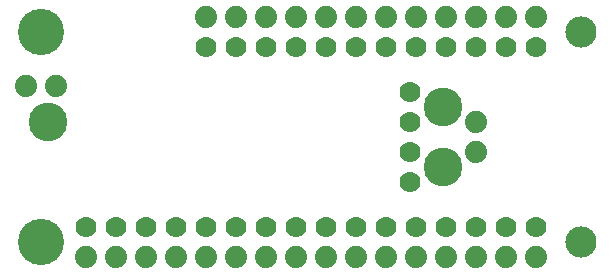
<source format=gbr>
G04 EAGLE Gerber RS-274X export*
G75*
%MOMM*%
%FSLAX34Y34*%
%LPD*%
%INSoldermask Bottom*%
%IPPOS*%
%AMOC8*
5,1,8,0,0,1.08239X$1,22.5*%
G01*
%ADD10C,3.276600*%
%ADD11C,2.641600*%
%ADD12C,3.911600*%
%ADD13C,1.879600*%
%ADD14C,1.778000*%


D10*
X31750Y127000D03*
X365760Y139700D03*
X365760Y88900D03*
D11*
X482600Y203200D03*
X482600Y25400D03*
D12*
X25400Y203200D03*
X25400Y25400D03*
D13*
X165100Y215900D03*
X190500Y215900D03*
X215900Y215900D03*
X241300Y215900D03*
X266700Y215900D03*
X292100Y215900D03*
X317500Y215900D03*
X342900Y215900D03*
X368300Y215900D03*
X393700Y215900D03*
X419100Y215900D03*
X444500Y215900D03*
X165100Y12700D03*
X190500Y12700D03*
X215900Y12700D03*
X241300Y12700D03*
X266700Y12700D03*
X292100Y12700D03*
X317500Y12700D03*
X342900Y12700D03*
X368300Y12700D03*
X393700Y12700D03*
X419100Y12700D03*
X444500Y12700D03*
X139700Y12700D03*
X114300Y12700D03*
X88900Y12700D03*
X63500Y12700D03*
D14*
X165100Y190500D03*
X190500Y190500D03*
X215900Y190500D03*
X241300Y190500D03*
X266700Y190500D03*
X292100Y190500D03*
X317500Y190500D03*
X342900Y190500D03*
X368300Y190500D03*
X393700Y190500D03*
X419100Y190500D03*
X444500Y190500D03*
X444500Y38100D03*
X419100Y38100D03*
X393700Y38100D03*
X368300Y38100D03*
X342900Y38100D03*
X317500Y38100D03*
X292100Y38100D03*
X266700Y38100D03*
X241300Y38100D03*
X215900Y38100D03*
X190500Y38100D03*
X165100Y38100D03*
X139700Y38100D03*
X114300Y38100D03*
X88900Y38100D03*
X63500Y38100D03*
D13*
X38100Y157480D03*
X12700Y157480D03*
D14*
X337820Y152400D03*
X337820Y127000D03*
X337820Y101600D03*
X337820Y76200D03*
D13*
X393700Y127000D03*
X393700Y101600D03*
M02*

</source>
